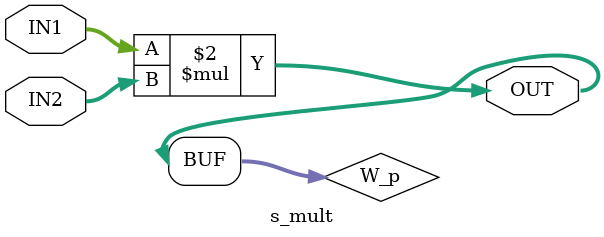
<source format=v>
module s_add(
  IN1 ,
  IN2 ,
  OUT );

parameter INWL  = 8       ;
parameter OUTWL = INWL + 1;

input  signed [INWL -1:0] IN1, IN2;
output signed [OUTWL-1:0] OUT;

reg   signed [OUTWL-1:0] W_add;

always @ (IN1 or IN2) begin
  W_add = IN1 + IN2;
end

assign OUT = W_add;

endmodule

module s_mult(
  IN1 ,
  IN2 ,
  OUT );

parameter IN1WL  = 8       ;
parameter IN2WL  = 8       ;
parameter OUTWL  = IN1WL + IN2WL;


input signed [IN1WL -1:0] IN1;
input signed [IN2WL -1:0] IN2;
output signed [OUTWL-1:0] OUT;

reg   signed [OUTWL-1:0]  W_p;

always @ (IN1 or IN2) begin
  W_p = IN1 * IN2;
end

assign OUT = W_p;

endmodule

</source>
